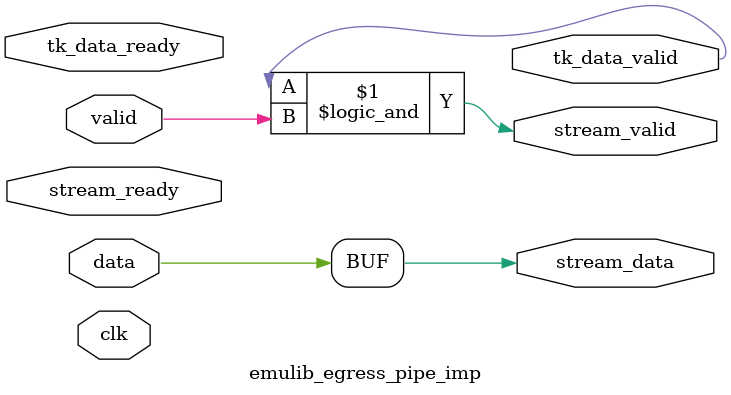
<source format=v>
`timescale 1ns / 1ps

(* keep, __emu_model_imp *)
module emulib_egress_pipe_imp #(
    parameter DATA_WIDTH = 1
)(
    input  wire                     clk,
    input  wire                     valid,
    input  wire [DATA_WIDTH-1:0]    data,

    (* __emu_model_channel_name = "data" *)
    (* __emu_model_channel_direction = "in" *)
    (* __emu_model_channel_payload = "valid data" *)
    (* __emu_model_channel_valid = "tk_data_valid" *)
    (* __emu_model_channel_ready = "tk_data_ready" *)

    output wire                     tk_data_valid,
    input  wire                     tk_data_ready,

    (* __emu_pipe_name = "stream" *)
    (* __emu_pipe_direction = "out" *)
    (* __emu_pipe_type = "pio" *)

    output wire                     stream_valid,
    output wire [DATA_WIDTH-1:0]    stream_data,
    input  wire                     stream_ready
);

    assign stream_valid = tk_data_valid && valid;
    assign tk_data_ready = stream_ready || !valid;

    assign stream_data = data;

endmodule

</source>
